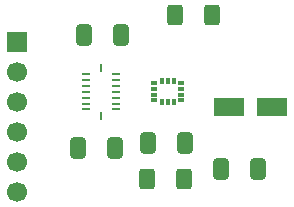
<source format=gbr>
%TF.GenerationSoftware,KiCad,Pcbnew,9.0.5*%
%TF.CreationDate,2025-12-11T06:09:59-03:00*%
%TF.ProjectId,dual IMU_module,6475616c-2049-44d5-955f-6d6f64756c65,rev?*%
%TF.SameCoordinates,Original*%
%TF.FileFunction,Soldermask,Top*%
%TF.FilePolarity,Negative*%
%FSLAX46Y46*%
G04 Gerber Fmt 4.6, Leading zero omitted, Abs format (unit mm)*
G04 Created by KiCad (PCBNEW 9.0.5) date 2025-12-11 06:09:59*
%MOMM*%
%LPD*%
G01*
G04 APERTURE LIST*
G04 Aperture macros list*
%AMRoundRect*
0 Rectangle with rounded corners*
0 $1 Rounding radius*
0 $2 $3 $4 $5 $6 $7 $8 $9 X,Y pos of 4 corners*
0 Add a 4 corners polygon primitive as box body*
4,1,4,$2,$3,$4,$5,$6,$7,$8,$9,$2,$3,0*
0 Add four circle primitives for the rounded corners*
1,1,$1+$1,$2,$3*
1,1,$1+$1,$4,$5*
1,1,$1+$1,$6,$7*
1,1,$1+$1,$8,$9*
0 Add four rect primitives between the rounded corners*
20,1,$1+$1,$2,$3,$4,$5,0*
20,1,$1+$1,$4,$5,$6,$7,0*
20,1,$1+$1,$6,$7,$8,$9,0*
20,1,$1+$1,$8,$9,$2,$3,0*%
G04 Aperture macros list end*
%ADD10RoundRect,0.250000X-1.050000X-0.550000X1.050000X-0.550000X1.050000X0.550000X-1.050000X0.550000X0*%
%ADD11RoundRect,0.250000X-0.412500X-0.650000X0.412500X-0.650000X0.412500X0.650000X-0.412500X0.650000X0*%
%ADD12RoundRect,0.250000X-0.400000X-0.625000X0.400000X-0.625000X0.400000X0.625000X-0.400000X0.625000X0*%
%ADD13RoundRect,0.250000X0.400000X0.625000X-0.400000X0.625000X-0.400000X-0.625000X0.400000X-0.625000X0*%
%ADD14RoundRect,0.062500X-0.275000X0.062500X-0.275000X-0.062500X0.275000X-0.062500X0.275000X0.062500X0*%
%ADD15RoundRect,0.062500X-0.062500X0.275000X-0.062500X-0.275000X0.062500X-0.275000X0.062500X0.275000X0*%
%ADD16RoundRect,0.250000X0.412500X0.650000X-0.412500X0.650000X-0.412500X-0.650000X0.412500X-0.650000X0*%
%ADD17R,1.700000X1.700000*%
%ADD18C,1.700000*%
%ADD19R,0.600000X0.300000*%
%ADD20R,0.300000X0.600000*%
G04 APERTURE END LIST*
D10*
%TO.C,C6*%
X147490000Y-80740000D03*
X151090000Y-80740000D03*
%TD*%
D11*
%TO.C,C3*%
X140607500Y-83720000D03*
X143732500Y-83720000D03*
%TD*%
D12*
%TO.C,R1*%
X142950000Y-72940000D03*
X146050000Y-72940000D03*
%TD*%
D13*
%TO.C,R2*%
X143650000Y-86790000D03*
X140550000Y-86790000D03*
%TD*%
D14*
%TO.C,U1*%
X137890000Y-77910000D03*
X137890000Y-78410000D03*
X137890000Y-78910000D03*
X137890000Y-79410000D03*
X137890000Y-79910000D03*
X137890000Y-80410000D03*
X137890000Y-80910000D03*
D15*
X136627500Y-81422500D03*
D14*
X135365000Y-80910000D03*
X135365000Y-80410000D03*
X135365000Y-79910000D03*
X135365000Y-79410000D03*
X135365000Y-78910000D03*
X135365000Y-78410000D03*
X135365000Y-77910000D03*
D15*
X136627500Y-77397500D03*
%TD*%
D11*
%TO.C,C4*%
X146787500Y-85910000D03*
X149912500Y-85910000D03*
%TD*%
%TO.C,C1*%
X135227500Y-74620000D03*
X138352500Y-74620000D03*
%TD*%
D16*
%TO.C,C2*%
X137812500Y-84170000D03*
X134687500Y-84170000D03*
%TD*%
D17*
%TO.C,J2*%
X129540000Y-75200000D03*
D18*
X129540000Y-77740000D03*
X129540000Y-80280000D03*
X129540000Y-82820000D03*
X129540000Y-85360000D03*
X129540000Y-87900000D03*
%TD*%
D19*
%TO.C,AC1*%
X141150000Y-78650000D03*
X141150000Y-79150000D03*
X141150000Y-79650000D03*
X141150000Y-80150000D03*
D20*
X141800000Y-80300000D03*
X142300000Y-80300000D03*
X142800000Y-80300000D03*
D19*
X143450000Y-80150000D03*
X143450000Y-79650000D03*
X143450000Y-79150000D03*
X143450000Y-78650000D03*
D20*
X142800000Y-78500000D03*
X142300000Y-78500000D03*
X141800000Y-78500000D03*
%TD*%
M02*

</source>
